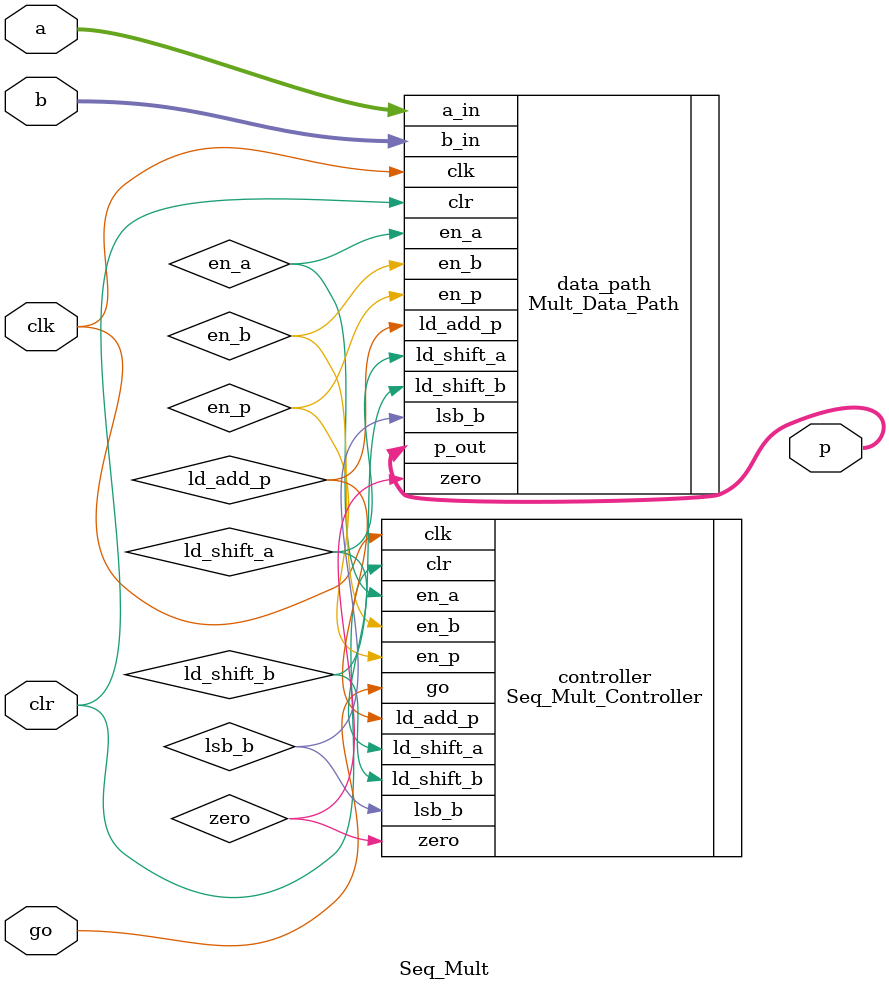
<source format=v>
`timescale 1ns / 1ps

module Seq_Mult(
    input clk,
    input clr,
    input go,
    input [3:0] a,
    input [3:0] b,
    output [7:0] p
);
    
    // wires going from Data Path to Controller
    wire zero, lsb_b;
    // wires going from Controller to Data Path
    wire en_a, ld_shift_a,
         en_b, ld_shift_b,
         en_p, ld_add_p;
    
    
    Seq_Mult_Controller controller (.clk(clk),
                                    .clr(clr),
                                    .go(go),
                                    .zero(zero),
                                    .lsb_b(lsb_b),
                                    .en_a(en_a),
                                    .en_b(en_b),
                                    .en_p(en_p),
                                    .ld_shift_a(ld_shift_a),
                                    .ld_shift_b(ld_shift_b),
                                    .ld_add_p(ld_add_p)
                                    );
                                   
    Mult_Data_Path data_path (.clk(clk),
                              .clr(clr),
                              .a_in(a),
                              .b_in(b),
                              .en_a(en_a),
                              .ld_shift_a(ld_shift_a),
                              .en_b(en_b),
                              .ld_shift_b(ld_shift_b),
                              .en_p(en_p),
                              .ld_add_p(ld_add_p),
                              .p_out(p),
                              .zero(zero),
                              .lsb_b(lsb_b));
    
endmodule

</source>
